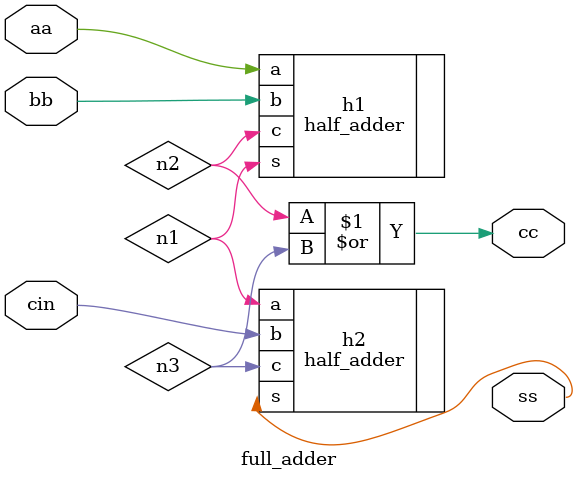
<source format=v>
module full_adder (ss,cc,aa,bb,cin);

input aa,bb,cin;
output ss,cc;

wire n1,n2,n3;

half_adder h1 (.s(n1),.c(n2),.a(aa),.b(bb));
half_adder h2 (.s(ss),.c(n3),.a(n1),.b(cin));
or o1 (cc,n2,n3);

endmodule
</source>
